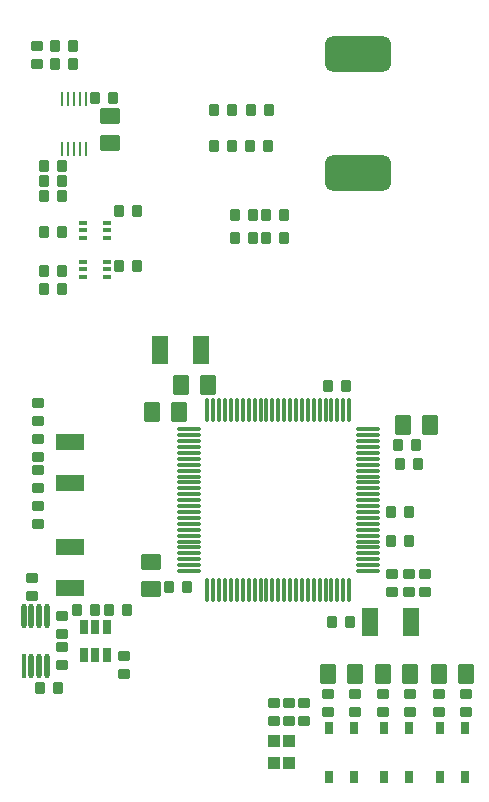
<source format=gtp>
G04*
G04 #@! TF.GenerationSoftware,Altium Limited,Altium Designer,19.1.6 (110)*
G04*
G04 Layer_Color=8421504*
%FSLAX44Y44*%
%MOMM*%
G71*
G01*
G75*
G04:AMPARAMS|DCode=17|XSize=0.4mm|YSize=0.65mm|CornerRadius=0.05mm|HoleSize=0mm|Usage=FLASHONLY|Rotation=90.000|XOffset=0mm|YOffset=0mm|HoleType=Round|Shape=RoundedRectangle|*
%AMROUNDEDRECTD17*
21,1,0.4000,0.5500,0,0,90.0*
21,1,0.3000,0.6500,0,0,90.0*
1,1,0.1000,0.2750,0.1500*
1,1,0.1000,0.2750,-0.1500*
1,1,0.1000,-0.2750,-0.1500*
1,1,0.1000,-0.2750,0.1500*
%
%ADD17ROUNDEDRECTD17*%
G04:AMPARAMS|DCode=18|XSize=0.8mm|YSize=1mm|CornerRadius=0.1mm|HoleSize=0mm|Usage=FLASHONLY|Rotation=0.000|XOffset=0mm|YOffset=0mm|HoleType=Round|Shape=RoundedRectangle|*
%AMROUNDEDRECTD18*
21,1,0.8000,0.8000,0,0,0.0*
21,1,0.6000,1.0000,0,0,0.0*
1,1,0.2000,0.3000,-0.4000*
1,1,0.2000,-0.3000,-0.4000*
1,1,0.2000,-0.3000,0.4000*
1,1,0.2000,0.3000,0.4000*
%
%ADD18ROUNDEDRECTD18*%
G04:AMPARAMS|DCode=19|XSize=0.8mm|YSize=1mm|CornerRadius=0.1mm|HoleSize=0mm|Usage=FLASHONLY|Rotation=90.000|XOffset=0mm|YOffset=0mm|HoleType=Round|Shape=RoundedRectangle|*
%AMROUNDEDRECTD19*
21,1,0.8000,0.8000,0,0,90.0*
21,1,0.6000,1.0000,0,0,90.0*
1,1,0.2000,0.4000,0.3000*
1,1,0.2000,0.4000,-0.3000*
1,1,0.2000,-0.4000,-0.3000*
1,1,0.2000,-0.4000,0.3000*
%
%ADD19ROUNDEDRECTD19*%
%ADD20O,0.3000X2.1000*%
%ADD21R,0.7000X1.3000*%
G04:AMPARAMS|DCode=22|XSize=1.4mm|YSize=1.7mm|CornerRadius=0.175mm|HoleSize=0mm|Usage=FLASHONLY|Rotation=0.000|XOffset=0mm|YOffset=0mm|HoleType=Round|Shape=RoundedRectangle|*
%AMROUNDEDRECTD22*
21,1,1.4000,1.3500,0,0,0.0*
21,1,1.0500,1.7000,0,0,0.0*
1,1,0.3500,0.5250,-0.6750*
1,1,0.3500,-0.5250,-0.6750*
1,1,0.3500,-0.5250,0.6750*
1,1,0.3500,0.5250,0.6750*
%
%ADD22ROUNDEDRECTD22*%
%ADD23R,0.4318X2.0541*%
G04:AMPARAMS|DCode=24|XSize=2.0541mm|YSize=0.4318mm|CornerRadius=0.2159mm|HoleSize=0mm|Usage=FLASHONLY|Rotation=90.000|XOffset=0mm|YOffset=0mm|HoleType=Round|Shape=RoundedRectangle|*
%AMROUNDEDRECTD24*
21,1,2.0541,0.0000,0,0,90.0*
21,1,1.6223,0.4318,0,0,90.0*
1,1,0.4318,0.0000,0.8112*
1,1,0.4318,0.0000,-0.8112*
1,1,0.4318,0.0000,-0.8112*
1,1,0.4318,0.0000,0.8112*
%
%ADD24ROUNDEDRECTD24*%
%ADD25R,2.4000X1.4000*%
G04:AMPARAMS|DCode=26|XSize=1.4mm|YSize=1.7mm|CornerRadius=0.175mm|HoleSize=0mm|Usage=FLASHONLY|Rotation=90.000|XOffset=0mm|YOffset=0mm|HoleType=Round|Shape=RoundedRectangle|*
%AMROUNDEDRECTD26*
21,1,1.4000,1.3500,0,0,90.0*
21,1,1.0500,1.7000,0,0,90.0*
1,1,0.3500,0.6750,0.5250*
1,1,0.3500,0.6750,-0.5250*
1,1,0.3500,-0.6750,-0.5250*
1,1,0.3500,-0.6750,0.5250*
%
%ADD26ROUNDEDRECTD26*%
G04:AMPARAMS|DCode=27|XSize=0.25mm|YSize=1.15mm|CornerRadius=0.05mm|HoleSize=0mm|Usage=FLASHONLY|Rotation=180.000|XOffset=0mm|YOffset=0mm|HoleType=Round|Shape=RoundedRectangle|*
%AMROUNDEDRECTD27*
21,1,0.2500,1.0500,0,0,180.0*
21,1,0.1500,1.1500,0,0,180.0*
1,1,0.1000,-0.0750,0.5250*
1,1,0.1000,0.0750,0.5250*
1,1,0.1000,0.0750,-0.5250*
1,1,0.1000,-0.0750,-0.5250*
%
%ADD27ROUNDEDRECTD27*%
G04:AMPARAMS|DCode=28|XSize=3.1mm|YSize=5.6mm|CornerRadius=0.775mm|HoleSize=0mm|Usage=FLASHONLY|Rotation=270.000|XOffset=0mm|YOffset=0mm|HoleType=Round|Shape=RoundedRectangle|*
%AMROUNDEDRECTD28*
21,1,3.1000,4.0500,0,0,270.0*
21,1,1.5500,5.6000,0,0,270.0*
1,1,1.5500,-2.0250,-0.7750*
1,1,1.5500,-2.0250,0.7750*
1,1,1.5500,2.0250,0.7750*
1,1,1.5500,2.0250,-0.7750*
%
%ADD28ROUNDEDRECTD28*%
%ADD29R,0.6500X1.0500*%
%ADD30R,1.0000X1.0000*%
%ADD31O,2.1000X0.3000*%
%ADD32R,1.4000X2.4000*%
D17*
X364580Y1032660D02*
D03*
Y1026160D02*
D03*
Y1019660D02*
D03*
X344080D02*
D03*
Y1026160D02*
D03*
Y1032660D02*
D03*
X364580Y999640D02*
D03*
Y993140D02*
D03*
Y986640D02*
D03*
X344080D02*
D03*
Y993140D02*
D03*
Y999640D02*
D03*
D18*
X311270Y1024890D02*
D03*
X326270D02*
D03*
X311270Y991870D02*
D03*
X326270D02*
D03*
X374770Y1042670D02*
D03*
X389770D02*
D03*
X322460Y638810D02*
D03*
X307460D02*
D03*
X354210Y704850D02*
D03*
X339210D02*
D03*
X365880D02*
D03*
X380880D02*
D03*
X326270Y1055370D02*
D03*
X311270D02*
D03*
X326270Y1068070D02*
D03*
X311270D02*
D03*
X326270Y976630D02*
D03*
X311270D02*
D03*
X374770Y995680D02*
D03*
X389770D02*
D03*
X487560Y1038860D02*
D03*
X472560D02*
D03*
X335160Y1167130D02*
D03*
X320160D02*
D03*
X354450Y1137920D02*
D03*
X369450D02*
D03*
X311270Y1080770D02*
D03*
X326270D02*
D03*
X335160Y1182370D02*
D03*
X320160D02*
D03*
X514230Y1019810D02*
D03*
X499230D02*
D03*
X487560D02*
D03*
X472560D02*
D03*
X514230Y1038860D02*
D03*
X499230D02*
D03*
X610990Y844550D02*
D03*
X625990D02*
D03*
X551300Y894080D02*
D03*
X566300D02*
D03*
X431680Y723900D02*
D03*
X416680D02*
D03*
X570110Y694690D02*
D03*
X555110D02*
D03*
X604640Y763270D02*
D03*
X619640D02*
D03*
X604640Y787400D02*
D03*
X619640D02*
D03*
X612260Y828040D02*
D03*
X627260D02*
D03*
X486530Y1127760D02*
D03*
X501530D02*
D03*
X485260Y1097280D02*
D03*
X500260D02*
D03*
X454780Y1127760D02*
D03*
X469780D02*
D03*
X454780Y1097280D02*
D03*
X469780D02*
D03*
D19*
X605790Y720210D02*
D03*
Y735210D02*
D03*
X619760Y735210D02*
D03*
Y720210D02*
D03*
X633730Y735210D02*
D03*
Y720210D02*
D03*
X326390Y684650D02*
D03*
Y699650D02*
D03*
Y672980D02*
D03*
Y657980D02*
D03*
X378460Y650360D02*
D03*
Y665360D02*
D03*
X668020Y633610D02*
D03*
Y618610D02*
D03*
X574040Y633610D02*
D03*
Y618610D02*
D03*
X306070Y864990D02*
D03*
Y879990D02*
D03*
Y777360D02*
D03*
Y792360D02*
D03*
X304800Y1182250D02*
D03*
Y1167250D02*
D03*
X505460Y610990D02*
D03*
Y625990D02*
D03*
X518160Y610990D02*
D03*
Y625990D02*
D03*
X530860Y610990D02*
D03*
Y625990D02*
D03*
X551180Y633610D02*
D03*
Y618610D02*
D03*
X621030Y633610D02*
D03*
Y618610D02*
D03*
X306070Y849510D02*
D03*
Y834510D02*
D03*
Y807840D02*
D03*
Y822840D02*
D03*
X300990Y716400D02*
D03*
Y731400D02*
D03*
X645160Y633610D02*
D03*
Y618610D02*
D03*
X598170Y633610D02*
D03*
Y618610D02*
D03*
D20*
X549270Y721560D02*
D03*
X544270D02*
D03*
X569270Y873560D02*
D03*
X564270D02*
D03*
X559270D02*
D03*
X554270D02*
D03*
X549270D02*
D03*
X544270D02*
D03*
X539270D02*
D03*
X534270D02*
D03*
X529270D02*
D03*
X524270D02*
D03*
X519270D02*
D03*
X514270D02*
D03*
X509270D02*
D03*
X504270D02*
D03*
X499270D02*
D03*
X494270D02*
D03*
X489270D02*
D03*
X484270D02*
D03*
X479270D02*
D03*
X474270D02*
D03*
X469270D02*
D03*
X464270D02*
D03*
X459270D02*
D03*
X454270D02*
D03*
X449270D02*
D03*
Y721560D02*
D03*
X454270D02*
D03*
X459270D02*
D03*
X464270D02*
D03*
X469270D02*
D03*
X474270D02*
D03*
X479270D02*
D03*
X484270D02*
D03*
X489270D02*
D03*
X494270D02*
D03*
X499270D02*
D03*
X504270D02*
D03*
X509270D02*
D03*
X514270D02*
D03*
X519270D02*
D03*
X524270D02*
D03*
X529270D02*
D03*
X534270D02*
D03*
X539270D02*
D03*
X554270D02*
D03*
X559270D02*
D03*
X564270D02*
D03*
X569270D02*
D03*
D21*
X344830Y690180D02*
D03*
X354330D02*
D03*
X363830D02*
D03*
Y666180D02*
D03*
X354330D02*
D03*
X344830D02*
D03*
D22*
X425450Y872490D02*
D03*
X402590D02*
D03*
X551180Y650240D02*
D03*
X574040D02*
D03*
X645160D02*
D03*
X668020D02*
D03*
X598170D02*
D03*
X621030D02*
D03*
X449580Y895350D02*
D03*
X426720D02*
D03*
X614680Y861060D02*
D03*
X637540D02*
D03*
D23*
X293780Y657176D02*
D03*
D24*
X300280D02*
D03*
X306780D02*
D03*
X313280D02*
D03*
Y699184D02*
D03*
X306780D02*
D03*
X300280D02*
D03*
X293780D02*
D03*
D25*
X332740Y722910D02*
D03*
Y757910D02*
D03*
Y846810D02*
D03*
Y811810D02*
D03*
D26*
X367030Y1122680D02*
D03*
Y1099820D02*
D03*
X401320Y722630D02*
D03*
Y745490D02*
D03*
D27*
X346550Y1137580D02*
D03*
X341550D02*
D03*
X336550D02*
D03*
X331550D02*
D03*
X326550D02*
D03*
X346550Y1095080D02*
D03*
X341550D02*
D03*
X336550D02*
D03*
X331550D02*
D03*
X326550D02*
D03*
D28*
X576580Y1074720D02*
D03*
Y1175720D02*
D03*
D29*
X551860Y563450D02*
D03*
Y604950D02*
D03*
X573360Y563450D02*
D03*
Y604950D02*
D03*
X645840Y563450D02*
D03*
Y604950D02*
D03*
X667340Y563450D02*
D03*
Y604950D02*
D03*
X598850Y563450D02*
D03*
Y604950D02*
D03*
X620350Y563450D02*
D03*
Y604950D02*
D03*
D30*
X505795Y593450D02*
D03*
X518295D02*
D03*
Y574950D02*
D03*
X505795D02*
D03*
D31*
X585270Y737560D02*
D03*
Y742560D02*
D03*
Y747560D02*
D03*
Y752560D02*
D03*
Y757560D02*
D03*
Y762560D02*
D03*
Y767560D02*
D03*
Y772560D02*
D03*
Y777560D02*
D03*
Y782560D02*
D03*
Y787560D02*
D03*
Y792560D02*
D03*
Y797560D02*
D03*
Y802560D02*
D03*
Y807560D02*
D03*
Y812560D02*
D03*
Y817560D02*
D03*
Y822560D02*
D03*
Y827560D02*
D03*
Y832560D02*
D03*
Y837560D02*
D03*
Y842560D02*
D03*
Y847560D02*
D03*
Y852560D02*
D03*
Y857560D02*
D03*
X433270D02*
D03*
Y852560D02*
D03*
Y847560D02*
D03*
Y842560D02*
D03*
Y837560D02*
D03*
Y832560D02*
D03*
Y827560D02*
D03*
Y822560D02*
D03*
Y817560D02*
D03*
Y812560D02*
D03*
Y807560D02*
D03*
Y802560D02*
D03*
Y797560D02*
D03*
Y792560D02*
D03*
Y787560D02*
D03*
Y782560D02*
D03*
Y777560D02*
D03*
Y772560D02*
D03*
Y767560D02*
D03*
Y762560D02*
D03*
Y757560D02*
D03*
Y752560D02*
D03*
Y747560D02*
D03*
Y742560D02*
D03*
Y737560D02*
D03*
D32*
X409220Y924560D02*
D03*
X444220D02*
D03*
X622020Y694690D02*
D03*
X587020D02*
D03*
M02*

</source>
